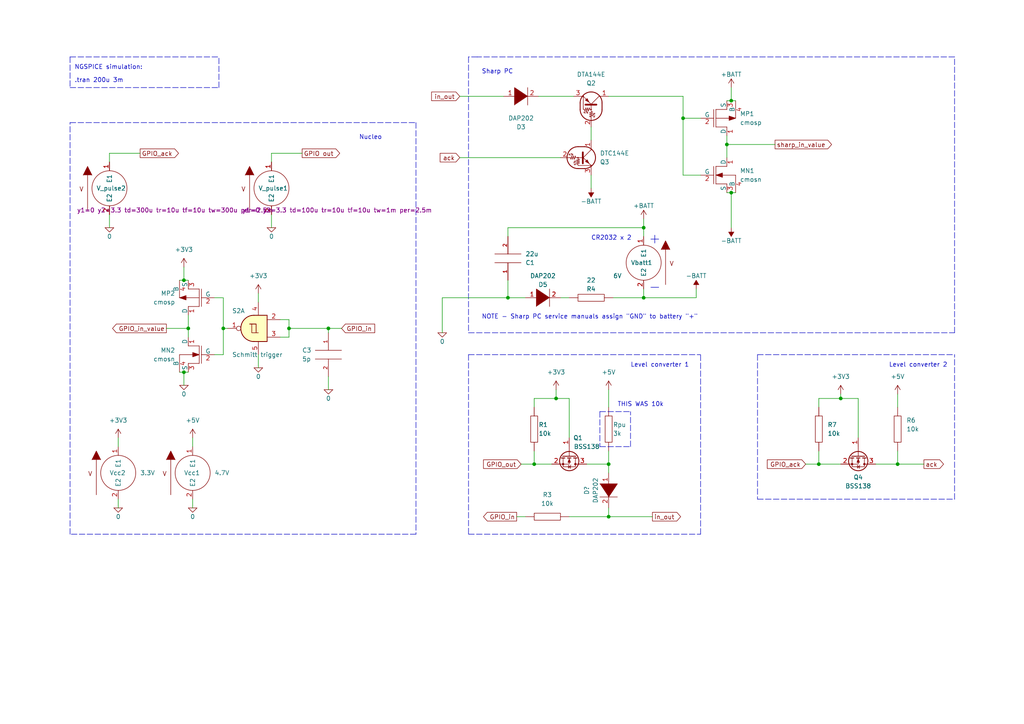
<source format=kicad_sch>
(kicad_sch (version 20211123) (generator eeschema)
  (paper "A4")
  (lib_symbols
    (symbol "74xx:74LS132" (pin_names (offset 1.016))
      (property "Reference" "S1" (at 1.7906 8.89 0))
      (property "Value" "Schmitt trigger" (at -5.08 8.89 0))
      (symbol "74LS132_1_0"
        (polyline (pts (xy -0.635 -1.27) (xy -0.635 1.27) (xy 0.635 1.27)))
        (polyline (pts (xy -0.635 -1.27) (xy -0.635 1.27) (xy 0.635 1.27)))
        (polyline (pts (xy -1.27 -1.27) (xy 0.635 -1.27) (xy 0.635 1.27) (xy 1.27 1.27)))
        (polyline (pts (xy -1.27 -1.27) (xy 0.635 -1.27) (xy 0.635 1.27) (xy 1.27 1.27)))
      )
      (symbol "74LS132_1_1"
        (arc (start 0 -3.81) (mid 3.81 0) (end 0 3.81) (stroke (width 0.254)) (fill (type background)))
        (polyline (pts (xy 0 3.81) (xy -3.81 3.81) (xy -3.81 -3.81) (xy 0 -3.81)) (stroke (width 0.254)) (fill (type background)))
        (pin output inverted (at 7.62 0 180) (length 3.81) (name "~") (number "1"))
        (pin input line (at -7.62 2.54 0) (length 3.81) (name "~") (number "2"))
        (pin input line (at -7.62 -2.54 0) (length 3.81) (name "~") (number "3"))
        (pin input line (at -1.27 7.62 270) (length 3.81) (name "") (number "4"))
        (pin input line (at -1.27 -7.62 90) (length 3.81) (name "") (number "5"))
      )
      (symbol "74LS132_1_2"
        (arc (start -3.81 -3.81) (mid -2.589 0) (end -3.81 3.81) (stroke (width 0.254)))
        (arc (start -0.6096 -3.81) (mid 2.1842 -2.5851) (end 3.81 0) (stroke (width 0.254)) (fill (type background)))
        (polyline (pts (xy -3.81 -3.81) (xy -0.635 -3.81)) (stroke (width 0.254)) (fill (type background)))
        (polyline (pts (xy -3.81 3.81) (xy -0.635 3.81)) (stroke (width 0.254)) (fill (type background)))
        (polyline (pts (xy -0.635 3.81) (xy -3.81 3.81) (xy -3.81 3.81) (xy -3.556 3.4036) (xy -3.0226 2.2606) (xy -2.6924 1.0414) (xy -2.6162 -0.254) (xy -2.7686 -1.4986) (xy -3.175 -2.7178) (xy -3.81 -3.81) (xy -3.81 -3.81) (xy -0.635 -3.81)) (stroke (width -25.4)) (fill (type background)))
        (arc (start 3.81 0) (mid 2.1915 2.5936) (end -0.6096 3.81) (stroke (width 0.254)) (fill (type background)))
        (pin input inverted (at -7.62 2.54 0) (length 4.318) (name "~") (number "1"))
        (pin input inverted (at -7.62 -2.54 0) (length 4.318) (name "~") (number "2"))
        (pin output line (at 7.62 0 180) (length 3.81) (name "~") (number "3"))
      )
      (symbol "74LS132_2_0"
        (polyline (pts (xy -0.635 -1.27) (xy -0.635 1.27) (xy 0.635 1.27)))
        (polyline (pts (xy -0.635 -1.27) (xy -0.635 1.27) (xy 0.635 1.27)))
        (polyline (pts (xy -1.27 -1.27) (xy 0.635 -1.27) (xy 0.635 1.27) (xy 1.27 1.27)))
        (polyline (pts (xy -1.27 -1.27) (xy 0.635 -1.27) (xy 0.635 1.27) (xy 1.27 1.27)))
      )
      (symbol "74LS132_2_1"
        (arc (start 0 -3.81) (mid 3.81 0) (end 0 3.81) (stroke (width 0.254)) (fill (type background)))
        (polyline (pts (xy 0 3.81) (xy -3.81 3.81) (xy -3.81 -3.81) (xy 0 -3.81)) (stroke (width 0.254)) (fill (type background)))
        (pin input line (at -7.62 2.54 0) (length 3.81) (name "~") (number "4"))
        (pin input line (at -7.62 -2.54 0) (length 3.81) (name "~") (number "5"))
        (pin output inverted (at 7.62 0 180) (length 3.81) (name "~") (number "6"))
      )
      (symbol "74LS132_2_2"
        (arc (start -3.81 -3.81) (mid -2.589 0) (end -3.81 3.81) (stroke (width 0.254)))
        (arc (start -0.6096 -3.81) (mid 2.1842 -2.5851) (end 3.81 0) (stroke (width 0.254)) (fill (type background)))
        (polyline (pts (xy -3.81 -3.81) (xy -0.635 -3.81)) (stroke (width 0.254)) (fill (type background)))
        (polyline (pts (xy -3.81 3.81) (xy -0.635 3.81)) (stroke (width 0.254)) (fill (type background)))
        (polyline (pts (xy -0.635 3.81) (xy -3.81 3.81) (xy -3.81 3.81) (xy -3.556 3.4036) (xy -3.0226 2.2606) (xy -2.6924 1.0414) (xy -2.6162 -0.254) (xy -2.7686 -1.4986) (xy -3.175 -2.7178) (xy -3.81 -3.81) (xy -3.81 -3.81) (xy -0.635 -3.81)) (stroke (width -25.4)) (fill (type background)))
        (arc (start 3.81 0) (mid 2.1915 2.5936) (end -0.6096 3.81) (stroke (width 0.254)) (fill (type background)))
        (pin input inverted (at -7.62 2.54 0) (length 4.318) (name "~") (number "4"))
        (pin input inverted (at -7.62 -2.54 0) (length 4.318) (name "~") (number "5"))
        (pin output line (at 7.62 0 180) (length 3.81) (name "~") (number "6"))
      )
      (symbol "74LS132_3_0"
        (polyline (pts (xy -0.635 -1.27) (xy -0.635 1.27) (xy 0.635 1.27)))
        (polyline (pts (xy -0.635 -1.27) (xy -0.635 1.27) (xy 0.635 1.27)))
        (polyline (pts (xy -1.27 -1.27) (xy 0.635 -1.27) (xy 0.635 1.27) (xy 1.27 1.27)))
        (polyline (pts (xy -1.27 -1.27) (xy 0.635 -1.27) (xy 0.635 1.27) (xy 1.27 1.27)))
      )
      (symbol "74LS132_3_1"
        (arc (start 0 -3.81) (mid 3.81 0) (end 0 3.81) (stroke (width 0.254)) (fill (type background)))
        (polyline (pts (xy 0 3.81) (xy -3.81 3.81) (xy -3.81 -3.81) (xy 0 -3.81)) (stroke (width 0.254)) (fill (type background)))
        (pin input line (at -7.62 -2.54 0) (length 3.81) (name "~") (number "10"))
        (pin output inverted (at 7.62 0 180) (length 3.81) (name "~") (number "8"))
        (pin input line (at -7.62 2.54 0) (length 3.81) (name "~") (number "9"))
      )
      (symbol "74LS132_3_2"
        (arc (start -3.81 -3.81) (mid -2.589 0) (end -3.81 3.81) (stroke (width 0.254)))
        (arc (start -0.6096 -3.81) (mid 2.1842 -2.5851) (end 3.81 0) (stroke (width 0.254)) (fill (type background)))
        (polyline (pts (xy -3.81 -3.81) (xy -0.635 -3.81)) (stroke (width 0.254)) (fill (type background)))
        (polyline (pts (xy -3.81 3.81) (xy -0.635 3.81)) (stroke (width 0.254)) (fill (type background)))
        (polyline (pts (xy -0.635 3.81) (xy -3.81 3.81) (xy -3.81 3.81) (xy -3.556 3.4036) (xy -3.0226 2.2606) (xy -2.6924 1.0414) (xy -2.6162 -0.254) (xy -2.7686 -1.4986) (xy -3.175 -2.7178) (xy -3.81 -3.81) (xy -3.81 -3.81) (xy -0.635 -3.81)) (stroke (width -25.4)) (fill (type background)))
        (arc (start 3.81 0) (mid 2.1915 2.5936) (end -0.6096 3.81) (stroke (width 0.254)) (fill (type background)))
        (pin input inverted (at -7.62 -2.54 0) (length 4.318) (name "~") (number "10"))
        (pin output line (at 7.62 0 180) (length 3.81) (name "~") (number "8"))
        (pin input inverted (at -7.62 2.54 0) (length 4.318) (name "~") (number "9"))
      )
      (symbol "74LS132_4_0"
        (polyline (pts (xy -0.635 -1.27) (xy -0.635 1.27) (xy 0.635 1.27)))
        (polyline (pts (xy -0.635 -1.27) (xy -0.635 1.27) (xy 0.635 1.27)))
        (polyline (pts (xy -1.27 -1.27) (xy 0.635 -1.27) (xy 0.635 1.27) (xy 1.27 1.27)))
        (polyline (pts (xy -1.27 -1.27) (xy 0.635 -1.27) (xy 0.635 1.27) (xy 1.27 1.27)))
      )
      (symbol "74LS132_4_1"
        (arc (start 0 -3.81) (mid 3.81 0) (end 0 3.81) (stroke (width 0.254)) (fill (type background)))
        (polyline (pts (xy 0 3.81) (xy -3.81 3.81) (xy -3.81 -3.81) (xy 0 -3.81)) (stroke (width 0.254)) (fill (type background)))
        (pin output inverted (at 7.62 0 180) (length 3.81) (name "~") (number "11"))
        (pin input line (at -7.62 2.54 0) (length 3.81) (name "~") (number "12"))
        (pin input line (at -7.62 -2.54 0) (length 3.81) (name "~") (number "13"))
      )
      (symbol "74LS132_4_2"
        (arc (start -3.81 -3.81) (mid -2.589 0) (end -3.81 3.81) (stroke (width 0.254)))
        (arc (start -0.6096 -3.81) (mid 2.1842 -2.5851) (end 3.81 0) (stroke (width 0.254)) (fill (type background)))
        (polyline (pts (xy -3.81 -3.81) (xy -0.635 -3.81)) (stroke (width 0.254)) (fill (type background)))
        (polyline (pts (xy -3.81 3.81) (xy -0.635 3.81)) (stroke (width 0.254)) (fill (type background)))
        (polyline (pts (xy -0.635 3.81) (xy -3.81 3.81) (xy -3.81 3.81) (xy -3.556 3.4036) (xy -3.0226 2.2606) (xy -2.6924 1.0414) (xy -2.6162 -0.254) (xy -2.7686 -1.4986) (xy -3.175 -2.7178) (xy -3.81 -3.81) (xy -3.81 -3.81) (xy -0.635 -3.81)) (stroke (width -25.4)) (fill (type background)))
        (arc (start 3.81 0) (mid 2.1915 2.5936) (end -0.6096 3.81) (stroke (width 0.254)) (fill (type background)))
        (pin output line (at 7.62 0 180) (length 3.81) (name "~") (number "11"))
        (pin input inverted (at -7.62 2.54 0) (length 4.318) (name "~") (number "12"))
        (pin input inverted (at -7.62 -2.54 0) (length 4.318) (name "~") (number "13"))
      )
      (symbol "74LS132_5_0"
        (pin power_in line (at 0 12.7 270) (length 5.08) (name "VCC") (number "14"))
        (pin power_in line (at 0 -12.7 90) (length 5.08) (name "GND") (number "7"))
      )
      (symbol "74LS132_5_1"
        (rectangle (start -5.08 7.62) (end 5.08 -7.62) (stroke (width 0.254)) (fill (type background)))
      )
    )
    (symbol "Transistor_BJT:DTA144E" (pin_names (offset 0) hide)
      (property "Reference" "Q?" (at 0 8.89 90))
      (property "Value" "DTA144E" (at -2.54 7.62 90))
      (symbol "DTA144E_0_0"
        (text "47k" (at -2.921 0.889 0) (effects (font (size 0.508 0.508))))
        (text "47k" (at -2.159 -1.524 900) (effects (font (size 0.508 0.508))))
      )
      (symbol "DTA144E_0_1"
        (circle (center -1.27 0) (radius 0.127))
        (arc (start -1.27 3.175) (mid -4.445 0) (end -1.27 -3.175) (stroke (width 0.254)))
        (polyline (pts (xy -3.429 0) (xy -3.81 0)))
        (polyline (pts (xy -1.27 -3.175) (xy 0.635 -3.175)) (stroke (width 0.254)))
        (polyline (pts (xy -1.27 3.175) (xy 0.635 3.175)) (stroke (width 0.254)))
        (polyline (pts (xy 0 -0.254) (xy 2.54 2.286)))
        (polyline (pts (xy 0.127 1.524) (xy 0.127 -1.651)) (stroke (width 0.508)) (fill (type outline)))
        (polyline (pts (xy 2.54 2.286) (xy 2.54 2.54)))
        (polyline (pts (xy 2.54 -2.286) (xy 0 0.254) (xy 0 0.254)))
        (polyline (pts (xy 1.397 -1.651) (xy 1.905 -1.143) (xy 0.889 -0.635) (xy 1.397 -1.651)) (fill (type outline)))
        (polyline (pts (xy 0 0) (xy -1.905 0) (xy -2.032 0.508) (xy -2.286 -0.508) (xy -2.54 0.508) (xy -2.794 -0.508) (xy -3.048 0.508) (xy -3.302 -0.508) (xy -3.429 0)))
        (polyline (pts (xy -1.27 0) (xy -1.27 -0.381) (xy -0.762 -0.508) (xy -1.778 -0.762) (xy -0.762 -1.016) (xy -1.778 -1.27) (xy -0.762 -1.524) (xy -1.778 -1.778) (xy -1.27 -1.905) (xy -1.27 -2.286) (xy 2.54 -2.286)))
        (arc (start 0.635 -3.175) (mid 3.81 0) (end 0.635 3.175) (stroke (width 0.254)))
        (circle (center 2.54 -2.286) (radius 0.127))
      )
      (symbol "DTA144E_1_1"
        (pin passive line (at 2.54 5.08 270) (length 2.54) (name "C") (number "1"))
        (pin input line (at -6.35 0 0) (length 2.54) (name "B") (number "2"))
        (pin passive line (at 2.54 -5.08 90) (length 2.54) (name "E") (number "3"))
      )
    )
    (symbol "Transistor_BJT:DTC144E" (pin_names (offset 0) hide)
      (property "Reference" "Q?" (at 5.08 1.2701 0))
      (property "Value" "DTC144E" (at 5.08 -1.2699 0))
      (symbol "DTC144E_0_0"
        (text "47k" (at -3.302 0.889 0) (effects (font (size 0.508 0.508))))
        (text "47k" (at -2.159 -1.524 900) (effects (font (size 0.508 0.508))))
      )
      (symbol "DTC144E_0_1"
        (circle (center -1.27 0) (radius 0.127))
        (arc (start -1.27 3.175) (mid -4.445 0) (end -1.27 -3.175) (stroke (width 0.254)))
        (polyline (pts (xy -3.429 0) (xy -3.81 0)))
        (polyline (pts (xy -1.27 -3.175) (xy 0.635 -3.175)) (stroke (width 0.254)))
        (polyline (pts (xy -1.27 3.175) (xy 0.635 3.175)) (stroke (width 0.254)))
        (polyline (pts (xy 0 -0.254) (xy 2.54 2.286)))
        (polyline (pts (xy 0.127 1.524) (xy 0.127 -1.651)) (stroke (width 0.508)) (fill (type outline)))
        (polyline (pts (xy 2.54 2.286) (xy 2.54 2.54)))
        (polyline (pts (xy 2.54 -2.286) (xy 0 0.254) (xy 0 0.254)))
        (polyline (pts (xy 0.889 -1.143) (xy 1.397 -0.635) (xy 1.905 -1.651) (xy 0.889 -1.143)) (fill (type outline)))
        (polyline (pts (xy 0 0) (xy -1.905 0) (xy -2.032 0.508) (xy -2.286 -0.508) (xy -2.54 0.508) (xy -2.794 -0.508) (xy -3.048 0.508) (xy -3.302 -0.508) (xy -3.429 0)))
        (polyline (pts (xy -1.27 0) (xy -1.27 -0.381) (xy -0.762 -0.508) (xy -1.778 -0.762) (xy -0.762 -1.016) (xy -1.778 -1.27) (xy -0.762 -1.524) (xy -1.778 -1.778) (xy -1.27 -1.905) (xy -1.27 -2.286) (xy 2.54 -2.286)))
        (arc (start 0.635 -3.175) (mid 3.81 0) (end 0.635 3.175) (stroke (width 0.254)))
        (circle (center 2.54 -2.286) (radius 0.127))
      )
      (symbol "DTC144E_1_1"
        (pin passive line (at 2.54 5.08 270) (length 2.54) (name "C") (number "1"))
        (pin input line (at -6.35 0 0) (length 2.54) (name "B") (number "2"))
        (pin passive line (at 2.54 -5.08 90) (length 2.54) (name "E") (number "3"))
      )
    )
    (symbol "Transistor_FET:BSS138" (pin_names hide)
      (property "Reference" "Q" (at 5.08 1.905 0))
      (property "Value" "BSS138" (at 5.08 0 0))
      (symbol "BSS138_0_1"
        (polyline (pts (xy 0.254 0) (xy -2.54 0)))
        (polyline (pts (xy 0.254 1.905) (xy 0.254 -1.905)) (stroke (width 0.254)))
        (polyline (pts (xy 0.762 -1.27) (xy 0.762 -2.286)) (stroke (width 0.254)))
        (polyline (pts (xy 0.762 0.508) (xy 0.762 -0.508)) (stroke (width 0.254)))
        (polyline (pts (xy 0.762 2.286) (xy 0.762 1.27)) (stroke (width 0.254)))
        (polyline (pts (xy 2.54 2.54) (xy 2.54 1.778)))
        (polyline (pts (xy 2.54 -2.54) (xy 2.54 0) (xy 0.762 0)))
        (polyline (pts (xy 0.762 -1.778) (xy 3.302 -1.778) (xy 3.302 1.778) (xy 0.762 1.778)))
        (polyline (pts (xy 1.016 0) (xy 2.032 0.381) (xy 2.032 -0.381) (xy 1.016 0)) (fill (type outline)))
        (polyline (pts (xy 2.794 0.508) (xy 2.921 0.381) (xy 3.683 0.381) (xy 3.81 0.254)))
        (polyline (pts (xy 3.302 0.381) (xy 2.921 -0.254) (xy 3.683 -0.254) (xy 3.302 0.381)))
        (circle (center 1.651 0) (radius 2.794) (stroke (width 0.254)))
        (circle (center 2.54 -1.778) (radius 0.254) (fill (type outline)))
        (circle (center 2.54 1.778) (radius 0.254) (fill (type outline)))
      )
      (symbol "BSS138_1_1"
        (pin input line (at -5.08 0 0) (length 2.54) (name "G") (number "1"))
        (pin passive line (at 2.54 -5.08 90) (length 2.54) (name "S") (number "2"))
        (pin passive line (at 2.54 5.08 270) (length 2.54) (name "D") (number "3"))
      )
    )
    (symbol "power:+3.3V" (power) (pin_names (offset 0))
      (property "Value" "+3.3V" (at 0 3.556 0))
      (symbol "+3.3V_0_1"
        (polyline (pts (xy -0.762 1.27) (xy 0 2.54)))
        (polyline (pts (xy 0 0) (xy 0 2.54)))
        (polyline (pts (xy 0 2.54) (xy 0.762 1.27)))
      )
      (symbol "+3.3V_1_1"
        (pin power_in line (at 0 0 90) (length 0) hide (name "+3V3") (number "1"))
      )
    )
    (symbol "power:+5V" (power) (pin_names (offset 0))
      (property "Value" "+5V" (at 0 3.556 0))
      (symbol "+5V_0_1"
        (polyline (pts (xy -0.762 1.27) (xy 0 2.54)))
        (polyline (pts (xy 0 0) (xy 0 2.54)))
        (polyline (pts (xy 0 2.54) (xy 0.762 1.27)))
      )
      (symbol "+5V_1_1"
        (pin power_in line (at 0 0 90) (length 0) hide (name "+5V") (number "1"))
      )
    )
    (symbol "power:+BATT" (power) (pin_names (offset 0))
      (property "Value" "+BATT" (at 0 3.556 0))
      (symbol "+BATT_0_1"
        (polyline (pts (xy -0.762 1.27) (xy 0 2.54)))
        (polyline (pts (xy 0 0) (xy 0 2.54)))
        (polyline (pts (xy 0 2.54) (xy 0.762 1.27)))
      )
      (symbol "+BATT_1_1"
        (pin power_in line (at 0 0 90) (length 0) hide (name "+BATT") (number "1"))
      )
    )
    (symbol "power:-BATT" (power) (pin_names (offset 0))
      (property "Value" "-BATT" (at 0 3.556 0))
      (symbol "-BATT_0_1"
        (polyline (pts (xy 0 0) (xy 0 2.54)))
        (polyline (pts (xy 0.762 1.27) (xy -0.762 1.27) (xy 0 2.54) (xy 0.762 1.27)) (fill (type outline)))
      )
      (symbol "-BATT_1_1"
        (pin power_in line (at 0 0 90) (length 0) hide (name "-BATT") (number "1"))
      )
    )
    (symbol "pspice:0" (power) (pin_names (offset 0))
      (property "Value" "0" (at 0 -1.778 0))
      (symbol "0_0_1"
        (polyline (pts (xy -1.27 0) (xy 0 -1.27) (xy 1.27 0) (xy -1.27 0)))
      )
      (symbol "0_1_1"
        (pin power_in line (at 0 0 0) (length 0) hide (name "0") (number "1"))
      )
    )
    (symbol "pspice:C" (pin_names (offset 0.254))
      (property "Reference" "C" (at 2.54 3.81 90))
      (property "Value" "C" (at 2.54 -3.81 90))
      (symbol "C_0_1"
        (polyline (pts (xy -3.81 -1.27) (xy 3.81 -1.27)))
        (polyline (pts (xy -3.81 1.27) (xy 3.81 1.27)))
      )
      (symbol "C_1_1"
        (pin passive line (at 0 6.35 270) (length 5.08) (name "~") (number "1"))
        (pin passive line (at 0 -6.35 90) (length 5.08) (name "~") (number "2"))
      )
    )
    (symbol "pspice:DIODE" (pin_names (offset 1.016) hide)
      (property "Reference" "D" (at 0 3.81 0))
      (property "Value" "DIODE" (at 0 -4.445 0))
      (symbol "DIODE_0_1"
        (polyline (pts (xy 1.905 2.54) (xy 1.905 -2.54)))
        (polyline (pts (xy -1.905 2.54) (xy -1.905 -2.54) (xy 1.905 0)) (fill (type outline)))
      )
      (symbol "DIODE_1_1"
        (pin input line (at -5.08 0 0) (length 3.81) (name "K") (number "1"))
        (pin input line (at 5.08 0 180) (length 3.81) (name "A") (number "2"))
      )
    )
    (symbol "pspice:MNMOS" (pin_names (offset 0))
      (property "Reference" "M" (at 7.62 1.27 0))
      (property "Value" "MNMOS" (at 7.62 -1.27 0))
      (symbol "MNMOS_0_1"
        (polyline (pts (xy -1.27 -2.54) (xy -1.27 2.54)))
        (polyline (pts (xy -0.635 -2.54) (xy 2.54 -2.54)))
        (polyline (pts (xy 2.54 2.54) (xy -0.635 2.54)))
        (polyline (pts (xy 5.08 0) (xy -0.635 0)))
        (polyline (pts (xy -0.635 0) (xy 1.27 0.635) (xy 1.27 -0.635) (xy -0.635 0)) (fill (type outline)))
      )
      (symbol "MNMOS_1_1"
        (polyline (pts (xy -0.635 -2.54) (xy -0.635 2.54)))
        (pin passive line (at 2.54 5.08 270) (length 2.54) (name "D") (number "1"))
        (pin input line (at -5.08 0 0) (length 3.81) (name "G") (number "2"))
        (pin passive line (at 2.54 -5.08 90) (length 2.54) (name "S") (number "3"))
        (pin input line (at 5.08 -5.08 90) (length 5.08) (name "B") (number "4"))
      )
    )
    (symbol "pspice:MPMOS" (pin_names (offset 0))
      (property "Reference" "M" (at 7.62 1.27 0))
      (property "Value" "MPMOS" (at 7.62 -1.27 0))
      (symbol "MPMOS_0_1"
        (polyline (pts (xy -1.27 2.54) (xy -1.27 -2.54)))
        (polyline (pts (xy -0.635 -2.54) (xy 2.54 -2.54)))
        (polyline (pts (xy 2.54 2.54) (xy -0.635 2.54)))
        (polyline (pts (xy 5.08 0) (xy -0.635 0)))
        (polyline (pts (xy 5.08 0) (xy 3.175 0.635) (xy 3.175 -0.635) (xy 5.08 0)) (fill (type outline)))
      )
      (symbol "MPMOS_1_1"
        (polyline (pts (xy -0.635 -2.54) (xy -0.635 2.54)))
        (pin passive line (at 2.54 -5.08 90) (length 2.54) (name "D") (number "1"))
        (pin input line (at -5.08 0 0) (length 3.81) (name "G") (number "2"))
        (pin passive line (at 2.54 5.08 270) (length 2.54) (name "S") (number "3"))
        (pin input line (at 5.08 5.08 270) (length 5.08) (name "B") (number "4"))
      )
    )
    (symbol "pspice:R" (pin_numbers hide) (pin_names (offset 0))
      (property "Reference" "R" (at 2.032 0 90))
      (property "Value" "R" (at 0 0 90))
      (symbol "R_0_1"
        (rectangle (start -1.016 3.81) (end 1.016 -3.81))
      )
      (symbol "R_1_1"
        (pin passive line (at 0 6.35 270) (length 2.54) (name "~") (number "1"))
        (pin passive line (at 0 -6.35 90) (length 2.54) (name "~") (number "2"))
      )
    )
    (symbol "pspice:VSOURCE" (pin_names (offset 1.016))
      (property "Reference" "V" (at -6.35 7.62 0))
      (property "Value" "VSOURCE" (at 0 0 0))
      (symbol "VSOURCE_0_1"
        (polyline (pts (xy -6.35 -6.35) (xy -6.35 3.81)) (fill (type outline)))
        (polyline (pts (xy -7.62 3.81) (xy -6.35 6.35) (xy -5.08 3.81)) (fill (type outline)))
        (circle (center 0 0) (radius 5.08))
        (text "V" (at -8.128 -0.254 0) (effects (font (size 1.27 1.27))))
      )
      (symbol "VSOURCE_1_1"
        (pin input line (at 0 7.62 270) (length 2.54) (name "E1") (number "1"))
        (pin input line (at 0 -7.62 90) (length 2.54) (name "E2") (number "2"))
      )
    )
  )
  (junction (at 212.09 55.88))
  (junction (at 212.09 29.21))
  (junction (at 83.82 95.25))
  (junction (at 186.69 86.36))
  (junction (at 176.53 134.62))
  (junction (at 260.35 134.62))
  (junction (at 53.34 81.28))
  (junction (at 64.77 95.25))
  (junction (at 210.82 41.91))
  (junction (at 53.34 107.95))
  (junction (at 176.53 149.86))
  (junction (at 95.25 95.25))
  (junction (at 54.61 95.25))
  (junction (at 198.12 34.29))
  (junction (at 161.29 115.57))
  (junction (at 154.94 134.62))
  (junction (at 147.32 86.36))
  (junction (at 243.84 115.57))
  (junction (at 237.49 134.62))
  (junction (at 186.69 66.04))
  (wire (pts (xy 34.29 144.78) (xy 34.29 147.32)))
  (wire (pts (xy 170.18 134.62) (xy 176.53 134.62)))
  (wire (pts (xy 210.82 41.91) (xy 210.82 45.72)))
  (wire (pts (xy 212.09 55.88) (xy 212.09 66.04)))
  (polyline (pts (xy 276.86 144.78) (xy 276.86 102.87)))
  (wire (pts (xy 171.45 40.64) (xy 171.45 36.83)))
  (wire (pts (xy 147.32 86.36) (xy 147.32 81.28)))
  (wire (pts (xy 176.53 149.86) (xy 189.23 149.86)))
  (polyline (pts (xy 276.86 96.52) (xy 276.86 16.51)))
  (wire (pts (xy 154.94 115.57) (xy 161.29 115.57)))
  (wire (pts (xy 210.82 29.21) (xy 212.09 29.21)))
  (wire (pts (xy 133.35 27.94) (xy 146.05 27.94)))
  (wire (pts (xy 176.53 27.94) (xy 198.12 27.94)))
  (wire (pts (xy 212.09 55.88) (xy 213.36 55.88)))
  (wire (pts (xy 210.82 41.91) (xy 224.79 41.91)))
  (wire (pts (xy 198.12 27.94) (xy 198.12 34.29)))
  (wire (pts (xy 78.74 44.45) (xy 78.74 46.99)))
  (wire (pts (xy 254 134.62) (xy 260.35 134.62)))
  (polyline (pts (xy 173.99 129.54) (xy 182.88 129.54)))
  (polyline (pts (xy 135.89 102.87) (xy 203.2 102.87)))
  (polyline (pts (xy 20.32 25.4) (xy 63.5 25.4)))
  (wire (pts (xy 95.25 95.25) (xy 99.06 95.25)))
  (wire (pts (xy 260.35 130.81) (xy 260.35 134.62)))
  (wire (pts (xy 154.94 134.62) (xy 160.02 134.62)))
  (wire (pts (xy 31.75 44.45) (xy 40.64 44.45)))
  (wire (pts (xy 54.61 107.95) (xy 53.34 107.95)))
  (wire (pts (xy 260.35 134.62) (xy 267.97 134.62)))
  (wire (pts (xy 237.49 115.57) (xy 243.84 115.57)))
  (wire (pts (xy 54.61 91.44) (xy 54.61 95.25)))
  (wire (pts (xy 212.09 25.4) (xy 212.09 29.21)))
  (polyline (pts (xy 120.65 35.56) (xy 120.65 154.94)))
  (wire (pts (xy 201.93 86.36) (xy 186.69 86.36)))
  (wire (pts (xy 31.75 62.23) (xy 31.75 66.04)))
  (wire (pts (xy 210.82 39.37) (xy 210.82 41.91)))
  (wire (pts (xy 147.32 86.36) (xy 152.4 86.36)))
  (wire (pts (xy 165.1 149.86) (xy 176.53 149.86)))
  (wire (pts (xy 176.53 130.81) (xy 176.53 134.62)))
  (wire (pts (xy 237.49 134.62) (xy 243.84 134.62)))
  (wire (pts (xy 78.74 62.23) (xy 78.74 66.04)))
  (polyline (pts (xy 173.99 119.38) (xy 182.88 119.38)))
  (polyline (pts (xy 20.32 35.56) (xy 66.04 35.56)))
  (wire (pts (xy 203.2 34.29) (xy 198.12 34.29)))
  (polyline (pts (xy 173.99 119.38) (xy 173.99 129.54)))
  (polyline (pts (xy 135.89 96.52) (xy 276.86 96.52)))
  (wire (pts (xy 151.13 134.62) (xy 154.94 134.62)))
  (wire (pts (xy 64.77 95.25) (xy 66.04 95.25)))
  (wire (pts (xy 237.49 118.11) (xy 237.49 115.57)))
  (polyline (pts (xy 20.32 154.94) (xy 20.32 35.56)))
  (wire (pts (xy 186.69 86.36) (xy 186.69 83.82)))
  (wire (pts (xy 210.82 55.88) (xy 212.09 55.88)))
  (wire (pts (xy 64.77 102.87) (xy 62.23 102.87)))
  (wire (pts (xy 154.94 118.11) (xy 154.94 115.57)))
  (wire (pts (xy 48.26 95.25) (xy 54.61 95.25)))
  (wire (pts (xy 74.93 102.87) (xy 74.93 106.68)))
  (wire (pts (xy 62.23 86.36) (xy 64.77 86.36)))
  (wire (pts (xy 53.34 107.95) (xy 53.34 111.76)))
  (polyline (pts (xy 135.89 16.51) (xy 135.89 96.52)))
  (wire (pts (xy 176.53 113.03) (xy 176.53 118.11)))
  (wire (pts (xy 34.29 127) (xy 34.29 129.54)))
  (polyline (pts (xy 20.32 16.51) (xy 20.32 25.4)))
  (wire (pts (xy 156.21 27.94) (xy 166.37 27.94)))
  (polyline (pts (xy 66.04 35.56) (xy 120.65 35.56)))
  (wire (pts (xy 83.82 95.25) (xy 83.82 92.71)))
  (wire (pts (xy 212.09 29.21) (xy 213.36 29.21)))
  (wire (pts (xy 95.25 95.25) (xy 95.25 96.52)))
  (wire (pts (xy 53.34 107.95) (xy 52.07 107.95)))
  (polyline (pts (xy 120.65 154.94) (xy 20.32 154.94)))
  (polyline (pts (xy 276.86 16.51) (xy 138.43 16.51)))
  (wire (pts (xy 128.27 86.36) (xy 147.32 86.36)))
  (wire (pts (xy 198.12 50.8) (xy 203.2 50.8)))
  (polyline (pts (xy 219.71 102.87) (xy 276.86 102.87)))
  (wire (pts (xy 248.92 115.57) (xy 248.92 127)))
  (wire (pts (xy 147.32 66.04) (xy 147.32 68.58)))
  (polyline (pts (xy 20.32 16.51) (xy 63.5 16.51)))
  (wire (pts (xy 171.45 54.61) (xy 171.45 50.8)))
  (wire (pts (xy 233.68 134.62) (xy 237.49 134.62)))
  (wire (pts (xy 55.88 127) (xy 55.88 129.54)))
  (polyline (pts (xy 135.89 154.94) (xy 203.2 154.94)))
  (wire (pts (xy 243.84 114.3) (xy 243.84 115.57)))
  (wire (pts (xy 78.74 44.45) (xy 87.63 44.45)))
  (wire (pts (xy 53.34 81.28) (xy 52.07 81.28)))
  (wire (pts (xy 83.82 95.25) (xy 95.25 95.25)))
  (wire (pts (xy 133.35 45.72) (xy 162.56 45.72)))
  (polyline (pts (xy 138.43 16.51) (xy 135.89 16.51)))
  (wire (pts (xy 95.25 109.22) (xy 95.25 113.03)))
  (wire (pts (xy 237.49 130.81) (xy 237.49 134.62)))
  (wire (pts (xy 176.53 134.62) (xy 176.53 137.16)))
  (wire (pts (xy 186.69 63.5) (xy 186.69 66.04)))
  (wire (pts (xy 128.27 86.36) (xy 128.27 96.52)))
  (wire (pts (xy 201.93 83.82) (xy 201.93 86.36)))
  (wire (pts (xy 54.61 95.25) (xy 54.61 97.79)))
  (wire (pts (xy 260.35 114.3) (xy 260.35 118.11)))
  (polyline (pts (xy 203.2 154.94) (xy 203.2 102.87)))
  (wire (pts (xy 176.53 147.32) (xy 176.53 149.86)))
  (polyline (pts (xy 135.89 102.87) (xy 135.89 154.94)))
  (wire (pts (xy 83.82 95.25) (xy 83.82 97.79)))
  (wire (pts (xy 165.1 127) (xy 165.1 115.57)))
  (wire (pts (xy 161.29 115.57) (xy 165.1 115.57)))
  (polyline (pts (xy 219.71 144.78) (xy 276.86 144.78)))
  (wire (pts (xy 147.32 66.04) (xy 186.69 66.04)))
  (wire (pts (xy 162.56 86.36) (xy 165.1 86.36)))
  (wire (pts (xy 64.77 86.36) (xy 64.77 95.25)))
  (wire (pts (xy 154.94 130.81) (xy 154.94 134.62)))
  (wire (pts (xy 198.12 34.29) (xy 198.12 50.8)))
  (polyline (pts (xy 219.71 102.87) (xy 219.71 144.78)))
  (wire (pts (xy 243.84 115.57) (xy 248.92 115.57)))
  (wire (pts (xy 54.61 81.28) (xy 53.34 81.28)))
  (wire (pts (xy 55.88 144.78) (xy 55.88 147.32)))
  (polyline (pts (xy 182.88 129.54) (xy 182.88 119.38)))
  (wire (pts (xy 81.28 92.71) (xy 83.82 92.71)))
  (wire (pts (xy 161.29 113.03) (xy 161.29 115.57)))
  (wire (pts (xy 177.8 86.36) (xy 186.69 86.36)))
  (wire (pts (xy 53.34 77.47) (xy 53.34 81.28)))
  (polyline (pts (xy 63.5 25.4) (xy 63.5 16.51)))
  (wire (pts (xy 186.69 68.58) (xy 186.69 66.04)))
  (wire (pts (xy 81.28 97.79) (xy 83.82 97.79)))
  (wire (pts (xy 31.75 46.99) (xy 31.75 44.45)))
  (wire (pts (xy 64.77 95.25) (xy 64.77 102.87)))
  (wire (pts (xy 149.86 149.86) (xy 152.4 149.86)))
  (wire (pts (xy 74.93 85.09) (xy 74.93 87.63)))
  (text "NOTE - Sharp PC service manuals assign \"GND\" to battery \"+\"" (at 139.7 92.71 0) (effects (font (size 1.27 1.27)) (justify left bottom)))
  (text "CR2032 x 2" (at 171.45 69.85 0) (effects (font (size 1.27 1.27)) (justify left bottom)))
  (text "Level converter 2" (at 257.81 106.68 0) (effects (font (size 1.27 1.27)) (justify left bottom)))
  (text ".tran 200u 3m" (at 21.59 24.13 0) (effects (font (size 1.27 1.27)) (justify left bottom)))
  (text "NGSPICE simulation:" (at 21.59 20.32 0) (effects (font (size 1.27 1.27)) (justify left bottom)))
  (text "-" (at 187.96 85.09 0) (effects (font (size 3 3)) (justify left bottom)))
  (text "Level converter 1" (at 182.88 106.68 0) (effects (font (size 1.27 1.27)) (justify left bottom)))
  (text "Sharp PC" (at 139.7 21.59 0) (effects (font (size 1.27 1.27)) (justify left bottom)))
  (text "THIS WAS 10k" (at 179.07 118.11 0) (effects (font (size 1.27 1.27)) (justify left bottom)))
  (text "Nucleo" (at 104.14 40.64 0) (effects (font (size 1.27 1.27)) (justify left bottom)))
  (text "+" (at 187.96 71.12 0) (effects (font (size 3 3)) (justify left bottom)))
  (global_label "sharp_in_value" (shape output) (at 224.79 41.91 0) (property "Intersheet References" "${INTERSHEET_REFS}" (effects hide)))
  (global_label "GPIO_ack" (shape input) (at 233.68 134.62 180) (property "Intersheet References" "${INTERSHEET_REFS}" (effects hide)))
  (global_label "GPIO out" (shape output) (at 87.63 44.45 0) (property "Intersheet References" "${INTERSHEET_REFS}" (effects hide)))
  (global_label "GPIO_in_value" (shape output) (at 48.26 95.25 180) (property "Intersheet References" "${INTERSHEET_REFS}" (effects hide)))
  (global_label "GPIO_in" (shape output) (at 149.86 149.86 180) (property "Intersheet References" "${INTERSHEET_REFS}" (effects hide)))
  (global_label "in_out" (shape output) (at 189.23 149.86 0) (property "Intersheet References" "${INTERSHEET_REFS}" (effects hide)))
  (global_label "ack" (shape output) (at 267.97 134.62 0) (property "Intersheet References" "${INTERSHEET_REFS}" (effects hide)))
  (global_label "GPIO_ack" (shape output) (at 40.64 44.45 0) (property "Intersheet References" "${INTERSHEET_REFS}" (effects hide)))
  (global_label "GPIO_in" (shape input) (at 99.06 95.25 0) (property "Intersheet References" "${INTERSHEET_REFS}" (effects hide)))
  (global_label "GPIO_out" (shape input) (at 151.13 134.62 180) (property "Intersheet References" "${INTERSHEET_REFS}" (effects hide)))
  (global_label "ack" (shape input) (at 133.35 45.72 180) (property "Intersheet References" "${INTERSHEET_REFS}" (effects hide)))
  (global_label "in_out" (shape input) (at 133.35 27.94 180) (property "Intersheet References" "${INTERSHEET_REFS}" (effects hide)))
  (symbol (lib_id "pspice:MNMOS") (at 57.15 102.87 0) (mirror y) (unit 1)
    (property "Reference" "MN2" (at 50.8 101.5999 0) (effects (justify left)))
    (property "Value" "cmosn" (at 50.8 104.1399 0) (effects (justify left)))
    (property "Spice_Primitive" "M" (effects hide))
    (property "Spice_Model" "cmosn" (effects hide))
    (property "Spice_Netlist_Enabled" "Y" (effects hide))
    (property "Spice_Lib_File" "models\\cmos.lib" (effects hide))
  )
  (symbol (lib_id "pspice:C") (at 147.32 74.93 0) (mirror x) (unit 1)
    (property "Reference" "C1" (at 152.4 76.2001 0) (effects (justify left)))
    (property "Value" "22u" (at 152.4 73.6601 0) (effects (justify left)))
    (property "Spice_Primitive" "C" (effects hide))
    (property "Spice_Model" "22u" (effects hide))
    (property "Spice_Netlist_Enabled" "Y" (effects hide))
  )
  (symbol (lib_id "power:-BATT") (at 212.09 66.04 0) (mirror x) (unit 1)
    (property "Reference" "#PWR?" (effects hide))
    (property "Value" "-BATT" (at 212.09 69.85 0))
  )
  (symbol (lib_id "pspice:0") (at 128.27 96.52 0) (unit 1)
    (property "Reference" "#GND010" (effects hide))
    (property "Value" "0" (at 128.27 99.06 0))
  )
  (symbol (lib_id "pspice:VSOURCE") (at 78.74 54.61 0) (unit 1)
    (property "Reference" "V_pulse1" (at 74.93 54.61 0) (effects (justify left)))
    (property "Value" "pulse" (effects hide))
    (property "Spice_Primitive" "V" (effects hide))
    (property "Spice_Netlist_Enabled" "Y" (effects hide))
    (property "Spice_Model" "pulse(0 3.3 100u 10u 10u 1m 2.5m)" (at 97.79 60.96 0))
  )
  (symbol (lib_id "pspice:VSOURCE") (at 186.69 76.2 0) (mirror y) (unit 1)
    (property "Reference" "Vbatt1" (at 189.23 76.2 0) (effects (justify left)))
    (property "Value" "6V" (at 180.34 80.01 0) (effects (justify left)))
    (property "Spice_Primitive" "V" (effects hide))
    (property "Spice_Model" "dc 6 ac 0" (effects hide))
    (property "Spice_Netlist_Enabled" "Y" (effects hide))
  )
  (symbol (lib_id "pspice:0") (at 34.29 147.32 0) (unit 1)
    (property "Reference" "#GND07" (effects hide))
    (property "Value" "0" (at 34.29 149.86 0))
  )
  (symbol (lib_id "pspice:0") (at 55.88 147.32 0) (unit 1)
    (property "Reference" "#GND03" (effects hide))
    (property "Value" "0" (at 55.88 149.86 0))
  )
  (symbol (lib_id "power:-BATT") (at 171.45 54.61 0) (mirror x) (unit 1)
    (property "Reference" "#PWR?" (effects hide))
    (property "Value" "-BATT" (at 171.45 58.42 0))
  )
  (symbol (lib_id "pspice:0") (at 53.34 111.76 0) (mirror y) (unit 1)
    (property "Reference" "#GND04" (effects hide))
    (property "Value" "0" (at 53.34 114.3 0))
  )
  (symbol (lib_id "power:-BATT") (at 201.93 83.82 0) (unit 1)
    (property "Reference" "#PWR?" (effects hide))
    (property "Value" "-BATT" (at 201.93 80.01 0))
  )
  (symbol (lib_id "pspice:0") (at 31.75 66.04 0) (unit 1)
    (property "Reference" "#GND011" (effects hide))
    (property "Value" "0" (at 31.75 68.58 0))
  )
  (symbol (lib_id "pspice:VSOURCE") (at 55.88 137.16 0) (unit 1)
    (property "Reference" "Vcc1" (at 53.34 137.16 0) (effects (justify left)))
    (property "Value" "4.7V" (at 62.23 137.16 0) (effects (justify left)))
    (property "Spice_Primitive" "V" (effects hide))
    (property "Spice_Model" "dc 4.7 ac 0" (effects hide))
    (property "Spice_Netlist_Enabled" "Y" (effects hide))
  )
  (symbol (lib_id "power:+5V") (at 260.35 114.3 0) (unit 1)
    (property "Reference" "#PWR022" (effects hide))
    (property "Value" "+5V" (at 260.35 109.22 0))
  )
  (symbol (lib_id "pspice:VSOURCE") (at 31.75 54.61 0) (unit 1)
    (property "Reference" "V_pulse2" (at 27.94 54.61 0) (effects (justify left)))
    (property "Value" "pulse" (effects hide))
    (property "Spice_Primitive" "V" (effects hide))
    (property "Spice_Netlist_Enabled" "Y" (effects hide))
    (property "Spice_Model" "pulse(0 3.3 300u 10u 10u 300u 2.5m)" (at 50.8 60.96 0))
  )
  (symbol (lib_id "pspice:VSOURCE") (at 34.29 137.16 0) (unit 1)
    (property "Reference" "Vcc2" (at 31.75 137.16 0) (effects (justify left)))
    (property "Value" "3.3V" (at 40.64 137.16 0) (effects (justify left)))
    (property "Spice_Primitive" "V" (effects hide))
    (property "Spice_Model" "dc 3.3 ac 0" (effects hide))
    (property "Spice_Netlist_Enabled" "Y" (effects hide))
  )
  (symbol (lib_id "Transistor_BJT:DTA144E") (at 171.45 30.48 270) (mirror x) (unit 1)
    (property "Reference" "Q2" (at 171.45 24.13 90))
    (property "Value" "DTA144E" (at 171.45 21.59 90))
    (property "Spice_Primitive" "X" (effects hide))
    (property "Spice_Model" "DTA144EM" (effects hide))
    (property "Spice_Netlist_Enabled" "Y" (effects hide))
    (property "Spice_Lib_File" "models\\dta144em.lib" (effects hide))
  )
  (symbol (lib_id "pspice:DIODE") (at 151.13 27.94 0) (mirror x) (unit 1)
    (property "Reference" "D3" (at 151.13 36.83 0))
    (property "Value" "DAP202" (at 151.13 34.29 0))
    (property "Spice_Primitive" "D" (effects hide))
    (property "Spice_Model" "DDAP202UM" (effects hide))
    (property "Spice_Netlist_Enabled" "Y" (effects hide))
    (property "Spice_Lib_File" "models\\dap202um.lib" (effects hide))
  )
  (symbol (lib_id "Transistor_FET:BSS138") (at 248.92 132.08 270) (unit 1)
    (property "Reference" "Q4" (at 248.92 138.43 90))
    (property "Value" "BSS138" (at 248.92 140.97 90))
    (property "Footprint" "Package_TO_SOT_SMD:SOT-23" (effects hide))
    (property "Datasheet" "https://www.onsemi.com/pub/Collateral/BSS138-D.PDF" (effects hide))
    (property "Spice_Primitive" "X" (effects hide))
    (property "Spice_Model" "bss138lt1" (effects hide))
    (property "Spice_Netlist_Enabled" "Y" (effects hide))
    (property "Spice_Lib_File" "models\\bss138.lib" (effects hide))
    (property "Spice_Node_Sequence" "3 1 2" (effects hide))
  )
  (symbol (lib_id "power:+BATT") (at 186.69 63.5 0) (unit 1)
    (property "Reference" "#PWR?" (effects hide))
    (property "Value" "+BATT" (at 186.69 59.69 0))
  )
  (symbol (lib_id "power:+3.3V") (at 243.84 114.3 0) (unit 1)
    (property "Reference" "#PWR021" (effects hide))
    (property "Value" "+3.3V" (at 243.84 109.22 0))
  )
  (symbol (lib_id "pspice:0") (at 78.74 66.04 0) (unit 1)
    (property "Reference" "#GND02" (effects hide))
    (property "Value" "0" (at 78.74 68.58 0))
  )
  (symbol (lib_id "power:+3.3V") (at 161.29 113.03 0) (unit 1)
    (property "Reference" "#PWR08" (effects hide))
    (property "Value" "+3.3V" (at 161.29 107.95 0))
  )
  (symbol (lib_id "power:+3.3V") (at 34.29 127 0) (unit 1)
    (property "Reference" "#PWR05" (effects hide))
    (property "Value" "+3.3V" (at 34.29 121.92 0))
  )
  (symbol (lib_id "power:+3.3V") (at 53.34 77.47 0) (unit 1)
    (property "Reference" "#PWR04" (effects hide))
    (property "Value" "+3.3V" (at 53.34 72.39 0))
  )
  (symbol (lib_id "pspice:R") (at 260.35 124.46 0) (unit 1)
    (property "Reference" "R6" (at 262.89 121.92 0) (effects (justify left)))
    (property "Value" "10k" (at 262.89 124.46 0) (effects (justify left)))
    (property "Spice_Primitive" "R" (effects hide))
    (property "Spice_Model" "10k" (effects hide))
    (property "Spice_Netlist_Enabled" "Y" (effects hide))
  )
  (symbol (lib_id "pspice:R") (at 158.75 149.86 90) (unit 1)
    (property "Reference" "R3" (at 158.75 143.51 90))
    (property "Value" "10k" (at 158.75 146.05 90))
    (property "Spice_Primitive" "R" (effects hide))
    (property "Spice_Model" "10k" (effects hide))
    (property "Spice_Netlist_Enabled" "Y" (effects hide))
  )
  (symbol (lib_id "pspice:0") (at 95.25 113.03 0) (mirror y) (unit 1)
    (property "Reference" "#GND08" (effects hide))
    (property "Value" "0" (at 95.25 115.57 0))
  )
  (symbol (lib_id "power:+5V") (at 176.53 113.03 0) (unit 1)
    (property "Reference" "#PWR09" (effects hide))
    (property "Value" "+5V" (at 176.53 107.95 0))
  )
  (symbol (lib_id "pspice:C") (at 95.25 102.87 0) (unit 1)
    (property "Reference" "C3" (at 87.63 101.6 0) (effects (justify left)))
    (property "Value" "5p" (at 87.63 104.14 0) (effects (justify left)))
    (property "Spice_Primitive" "C" (effects hide))
    (property "Spice_Model" "5p" (effects hide))
    (property "Spice_Netlist_Enabled" "Y" (effects hide))
  )
  (symbol (lib_id "pspice:DIODE") (at 157.48 86.36 0) (mirror x) (unit 1)
    (property "Reference" "D5" (at 157.48 82.55 0))
    (property "Value" "DAP202" (at 157.48 80.01 0))
    (property "Spice_Primitive" "D" (effects hide))
    (property "Spice_Model" "DDAP202UM" (effects hide))
    (property "Spice_Netlist_Enabled" "Y" (effects hide))
    (property "Spice_Lib_File" "models\\dap202um.lib" (effects hide))
  )
  (symbol (lib_id "power:+5V") (at 55.88 127 0) (unit 1)
    (property "Reference" "#PWR01" (effects hide))
    (property "Value" "+5V" (at 55.88 121.92 0))
  )
  (symbol (lib_id "power:+BATT") (at 212.09 25.4 0) (unit 1)
    (property "Reference" "#PWR?" (effects hide))
    (property "Value" "+BATT" (at 212.09 21.59 0))
  )
  (symbol (lib_id "pspice:R") (at 154.94 124.46 0) (unit 1)
    (property "Reference" "R1" (at 156.21 123.19 0) (effects (justify left)))
    (property "Value" "10k" (at 156.21 125.73 0) (effects (justify left)))
    (property "Spice_Primitive" "R" (effects hide))
    (property "Spice_Model" "10k" (effects hide))
    (property "Spice_Netlist_Enabled" "Y" (effects hide))
  )
  (symbol (lib_id "pspice:R") (at 176.53 124.46 0) (unit 1)
    (property "Reference" "Rpu" (at 177.8 123.19 0) (effects (justify left)))
    (property "Value" "3k" (at 177.8 125.73 0) (effects (justify left)))
    (property "Spice_Primitive" "R" (effects hide))
    (property "Spice_Model" "3k" (effects hide))
    (property "Spice_Netlist_Enabled" "Y" (effects hide))
  )
  (symbol (lib_id "power:+3.3V") (at 74.93 85.09 0) (unit 1)
    (property "Reference" "#PWR010" (effects hide))
    (property "Value" "+3.3V" (at 74.93 80.01 0))
  )
  (symbol (lib_id "Transistor_FET:BSS138") (at 165.1 132.08 270) (unit 1)
    (property "Reference" "Q1" (at 167.64 127 90))
    (property "Value" "BSS138" (at 170.18 129.54 90))
    (property "Footprint" "Package_TO_SOT_SMD:SOT-23" (effects hide))
    (property "Datasheet" "https://www.onsemi.com/pub/Collateral/BSS138-D.PDF" (effects hide))
    (property "Spice_Primitive" "X" (effects hide))
    (property "Spice_Model" "bss138lt1" (effects hide))
    (property "Spice_Netlist_Enabled" "Y" (effects hide))
    (property "Spice_Lib_File" "models\\bss138.lib" (effects hide))
    (property "Spice_Node_Sequence" "3 1 2" (effects hide))
  )
  (symbol (lib_id "pspice:R") (at 171.45 86.36 270) (mirror x) (unit 1)
    (property "Reference" "R4" (at 171.45 83.82 90))
    (property "Value" "22" (at 171.45 81.28 90))
    (property "Spice_Primitive" "R" (effects hide))
    (property "Spice_Model" "22" (effects hide))
    (property "Spice_Netlist_Enabled" "Y" (effects hide))
  )
  (symbol (lib_id "Transistor_BJT:DTC144E") (at 168.91 45.72 0) (unit 1)
    (property "Reference" "Q3" (at 173.99 46.9901 0) (effects (justify left)))
    (property "Value" "DTC144E" (at 173.99 44.4501 0) (effects (justify left)))
    (property "Spice_Primitive" "X" (effects hide))
    (property "Spice_Model" "DTC144EM" (effects hide))
    (property "Spice_Netlist_Enabled" "Y" (effects hide))
    (property "Spice_Lib_File" "models\\dtc144em.lib" (effects hide))
  )
  (symbol (lib_id "pspice:MPMOS") (at 57.15 86.36 0) (mirror y) (unit 1)
    (property "Reference" "MP2" (at 50.8 85.0899 0) (effects (justify left)))
    (property "Value" "cmosp" (at 50.8 87.6299 0) (effects (justify left)))
    (property "Spice_Primitive" "M" (effects hide))
    (property "Spice_Model" "cmosp" (effects hide))
    (property "Spice_Netlist_Enabled" "Y" (effects hide))
    (property "Spice_Lib_File" "models\\cmos.lib" (effects hide))
  )
  (symbol (lib_id "pspice:DIODE") (at 176.53 142.24 90) (mirror x) (unit 1)
    (property "Reference" "D?" (at 170.18 142.24 0))
    (property "Value" "DAP202" (at 172.72 142.24 0))
    (property "Spice_Primitive" "X" (effects hide))
    (property "Spice_Model" "1N4148" (effects hide))
    (property "Spice_Netlist_Enabled" "Y" (effects hide))
    (property "Spice_Lib_File" "models\\1n4148.lib" (effects hide))
  )
  (symbol (lib_id "pspice:MNMOS") (at 208.28 50.8 0) (unit 1)
    (property "Reference" "MN1" (at 214.63 49.5299 0) (effects (justify left)))
    (property "Value" "cmosn" (at 214.63 52.0699 0) (effects (justify left)))
    (property "Spice_Primitive" "M" (effects hide))
    (property "Spice_Model" "cmosn" (effects hide))
    (property "Spice_Netlist_Enabled" "Y" (effects hide))
    (property "Spice_Lib_File" "models\\cmos.lib" (effects hide))
  )
  (symbol (lib_id "pspice:0") (at 74.93 106.68 0) (mirror y) (unit 1)
    (property "Reference" "#GND06" (effects hide))
    (property "Value" "0" (at 74.93 109.22 0))
  )
  (symbol (lib_id "74xx:74LS132") (at 73.66 95.25 0) (mirror y) (unit 1)
    (property "Reference" "S2" (at 67.31 90.17 0) (effects (justify right)))
    (property "Value" "Schmitt trigger" (at 67.31 102.87 0) (effects (justify right)))
    (property "Spice_Primitive" "X" (effects hide))
    (property "Spice_Model" "CD4093B" (effects hide))
    (property "Spice_Netlist_Enabled" "Y" (effects hide))
    (property "Spice_Lib_File" "models\\CD4093B.lib" (effects hide))
  )
  (symbol (lib_id "pspice:R") (at 237.49 124.46 0) (unit 1)
    (property "Reference" "R7" (at 240.03 123.1899 0) (effects (justify left)))
    (property "Value" "10k" (at 240.03 125.7299 0) (effects (justify left)))
    (property "Spice_Primitive" "R" (effects hide))
    (property "Spice_Model" "10k" (effects hide))
    (property "Spice_Netlist_Enabled" "Y" (effects hide))
  )
  (symbol (lib_id "pspice:MPMOS") (at 208.28 34.29 0) (unit 1)
    (property "Reference" "MP1" (at 214.63 33.0199 0) (effects (justify left)))
    (property "Value" "cmosp" (at 214.63 35.5599 0) (effects (justify left)))
    (property "Spice_Primitive" "M" (effects hide))
    (property "Spice_Model" "cmosp" (effects hide))
    (property "Spice_Netlist_Enabled" "Y" (effects hide))
    (property "Spice_Lib_File" "models\\cmos.lib" (effects hide))
  )
)
</source>
